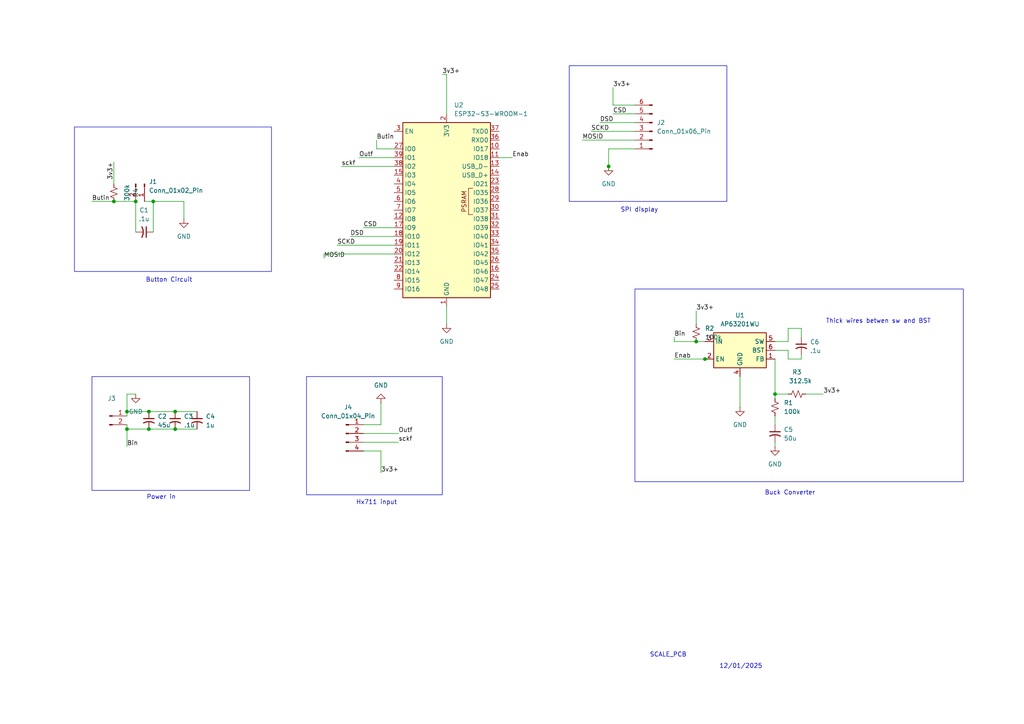
<source format=kicad_sch>
(kicad_sch (version 20250114) (generator "eeschema") (generator_version "9.0")
  (paper "A4")
  (lib_symbols
    (symbol "Connector:Conn_01x02_Pin" (pin_names (offset 1.016) (hide yes))
      (property "Reference" "J" (at 0 2.54 0))
      (property "Value" "Conn_01x02_Pin" (at 0 -5.08 0))
      (symbol "Conn_01x02_Pin_1_1"
        (rectangle (start 0.8636 0.127) (end 0 -0.127) (stroke (width 0.1524)) (fill (type outline)))
        (rectangle (start 0.8636 -2.413) (end 0 -2.667) (stroke (width 0.1524)) (fill (type outline)))
        (polyline (pts (xy 1.27 0) (xy 0.8636 0)) (stroke (width 0.1524)))
        (polyline (pts (xy 1.27 -2.54) (xy 0.8636 -2.54)) (stroke (width 0.1524)))
        (pin passive line (at 5.08 0 180) (length 3.81) (name "Pin_1") (number "1"))
        (pin passive line (at 5.08 -2.54 180) (length 3.81) (name "Pin_2") (number "2"))
      )
    )
    (symbol "Connector:Conn_01x04_Pin" (pin_names (offset 1.016) (hide yes))
      (property "Reference" "J" (at 0 5.08 0))
      (property "Value" "Conn_01x04_Pin" (at 0 -7.62 0))
      (symbol "Conn_01x04_Pin_1_1"
        (rectangle (start 0.8636 2.667) (end 0 2.413) (stroke (width 0.1524)) (fill (type outline)))
        (rectangle (start 0.8636 0.127) (end 0 -0.127) (stroke (width 0.1524)) (fill (type outline)))
        (rectangle (start 0.8636 -2.413) (end 0 -2.667) (stroke (width 0.1524)) (fill (type outline)))
        (rectangle (start 0.8636 -4.953) (end 0 -5.207) (stroke (width 0.1524)) (fill (type outline)))
        (polyline (pts (xy 1.27 2.54) (xy 0.8636 2.54)) (stroke (width 0.1524)))
        (polyline (pts (xy 1.27 0) (xy 0.8636 0)) (stroke (width 0.1524)))
        (polyline (pts (xy 1.27 -2.54) (xy 0.8636 -2.54)) (stroke (width 0.1524)))
        (polyline (pts (xy 1.27 -5.08) (xy 0.8636 -5.08)) (stroke (width 0.1524)))
        (pin passive line (at 5.08 2.54 180) (length 3.81) (name "Pin_1") (number "1"))
        (pin passive line (at 5.08 0 180) (length 3.81) (name "Pin_2") (number "2"))
        (pin passive line (at 5.08 -2.54 180) (length 3.81) (name "Pin_3") (number "3"))
        (pin passive line (at 5.08 -5.08 180) (length 3.81) (name "Pin_4") (number "4"))
      )
    )
    (symbol "Connector:Conn_01x06_Pin" (pin_names (offset 1.016) (hide yes))
      (property "Reference" "J" (at 0 7.62 0))
      (property "Value" "Conn_01x06_Pin" (at 0 -10.16 0))
      (symbol "Conn_01x06_Pin_1_1"
        (rectangle (start 0.8636 5.207) (end 0 4.953) (stroke (width 0.1524)) (fill (type outline)))
        (rectangle (start 0.8636 2.667) (end 0 2.413) (stroke (width 0.1524)) (fill (type outline)))
        (rectangle (start 0.8636 0.127) (end 0 -0.127) (stroke (width 0.1524)) (fill (type outline)))
        (rectangle (start 0.8636 -2.413) (end 0 -2.667) (stroke (width 0.1524)) (fill (type outline)))
        (rectangle (start 0.8636 -4.953) (end 0 -5.207) (stroke (width 0.1524)) (fill (type outline)))
        (rectangle (start 0.8636 -7.493) (end 0 -7.747) (stroke (width 0.1524)) (fill (type outline)))
        (polyline (pts (xy 1.27 5.08) (xy 0.8636 5.08)) (stroke (width 0.1524)))
        (polyline (pts (xy 1.27 2.54) (xy 0.8636 2.54)) (stroke (width 0.1524)))
        (polyline (pts (xy 1.27 0) (xy 0.8636 0)) (stroke (width 0.1524)))
        (polyline (pts (xy 1.27 -2.54) (xy 0.8636 -2.54)) (stroke (width 0.1524)))
        (polyline (pts (xy 1.27 -5.08) (xy 0.8636 -5.08)) (stroke (width 0.1524)))
        (polyline (pts (xy 1.27 -7.62) (xy 0.8636 -7.62)) (stroke (width 0.1524)))
        (pin passive line (at 5.08 5.08 180) (length 3.81) (name "Pin_1") (number "1"))
        (pin passive line (at 5.08 2.54 180) (length 3.81) (name "Pin_2") (number "2"))
        (pin passive line (at 5.08 0 180) (length 3.81) (name "Pin_3") (number "3"))
        (pin passive line (at 5.08 -2.54 180) (length 3.81) (name "Pin_4") (number "4"))
        (pin passive line (at 5.08 -5.08 180) (length 3.81) (name "Pin_5") (number "5"))
        (pin passive line (at 5.08 -7.62 180) (length 3.81) (name "Pin_6") (number "6"))
      )
    )
    (symbol "Device:C_Small_US" (pin_numbers (hide yes)) (pin_names (offset 0.254) (hide yes))
      (property "Reference" "C" (at 0.254 1.778 0))
      (property "Value" "C_Small_US" (at 0.254 -2.032 0))
      (symbol "C_Small_US_0_1"
        (polyline (pts (xy -1.524 0.508) (xy 1.524 0.508)) (stroke (width 0.3048)))
        (arc (start -1.524 -0.762) (mid 0 -0.3734) (end 1.524 -0.762) (stroke (width 0.3048)))
      )
      (symbol "C_Small_US_1_1"
        (pin passive line (at 0 2.54 270) (length 2.032) (name "~") (number "1"))
        (pin passive line (at 0 -2.54 90) (length 2.032) (name "~") (number "2"))
      )
    )
    (symbol "Device:R_Small_US" (pin_numbers (hide yes)) (pin_names (offset 0.254) (hide yes))
      (property "Reference" "R" (at 0.762 0.508 0))
      (property "Value" "R_Small_US" (at 0.762 -1.016 0))
      (symbol "R_Small_US_1_1"
        (polyline (pts (xy 0 1.524) (xy 1.016 1.143) (xy 0 0.762) (xy -1.016 0.381) (xy 0 0)))
        (polyline (pts (xy 0 0) (xy 1.016 -0.381) (xy 0 -0.762) (xy -1.016 -1.143) (xy 0 -1.524)))
        (pin passive line (at 0 2.54 270) (length 1.016) (name "~") (number "1"))
        (pin passive line (at 0 -2.54 90) (length 1.016) (name "~") (number "2"))
      )
    )
    (symbol "RF_Module:ESP32-S3-WROOM-1"
      (property "Reference" "U" (at -12.7 26.67 0))
      (property "Value" "ESP32-S3-WROOM-1" (at 12.7 26.67 0))
      (symbol "ESP32-S3-WROOM-1_0_0"
        (rectangle (start -12.7 25.4) (end 12.7 -25.4) (stroke (width 0.254)) (fill (type background)))
        (text "PSRAM" (at 5.08 2.54 900) (effects (font (size 1.27 1.27))))
      )
      (symbol "ESP32-S3-WROOM-1_0_1"
        (polyline (pts (xy 7.62 -1.27) (xy 6.35 -1.27) (xy 6.35 6.35) (xy 7.62 6.35)))
      )
      (symbol "ESP32-S3-WROOM-1_1_1"
        (pin input line (at -15.24 22.86 0) (length 2.54) (name "EN") (number "3"))
        (pin bidirectional line (at -15.24 17.78 0) (length 2.54) (name "IO0") (number "27"))
        (pin bidirectional line (at -15.24 15.24 0) (length 2.54) (name "IO1") (number "39"))
        (pin bidirectional line (at -15.24 12.7 0) (length 2.54) (name "IO2") (number "38"))
        (pin bidirectional line (at -15.24 10.16 0) (length 2.54) (name "IO3") (number "15"))
        (pin bidirectional line (at -15.24 7.62 0) (length 2.54) (name "IO4") (number "4"))
        (pin bidirectional line (at -15.24 5.08 0) (length 2.54) (name "IO5") (number "5"))
        (pin bidirectional line (at -15.24 2.54 0) (length 2.54) (name "IO6") (number "6"))
        (pin bidirectional line (at -15.24 0 0) (length 2.54) (name "IO7") (number "7"))
        (pin bidirectional line (at -15.24 -2.54 0) (length 2.54) (name "IO8") (number "12"))
        (pin bidirectional line (at -15.24 -5.08 0) (length 2.54) (name "IO9") (number "17"))
        (pin bidirectional line (at -15.24 -7.62 0) (length 2.54) (name "IO10") (number "18"))
        (pin bidirectional line (at -15.24 -10.16 0) (length 2.54) (name "IO11") (number "19"))
        (pin bidirectional line (at -15.24 -12.7 0) (length 2.54) (name "IO12") (number "20"))
        (pin bidirectional line (at -15.24 -15.24 0) (length 2.54) (name "IO13") (number "21"))
        (pin bidirectional line (at -15.24 -17.78 0) (length 2.54) (name "IO14") (number "22"))
        (pin bidirectional line (at -15.24 -20.32 0) (length 2.54) (name "IO15") (number "8"))
        (pin bidirectional line (at -15.24 -22.86 0) (length 2.54) (name "IO16") (number "9"))
        (pin power_in line (at 0 27.94 270) (length 2.54) (name "3V3") (number "2"))
        (pin power_in line (at 0 -27.94 90) (length 2.54) (name "GND") (number "1"))
        (pin passive line (at 0 -27.94 90) (length 2.54) (hide yes) (name "GND") (number "40"))
        (pin passive line (at 0 -27.94 90) (length 2.54) (hide yes) (name "GND") (number "41"))
        (pin bidirectional line (at 15.24 22.86 180) (length 2.54) (name "TXD0") (number "37"))
        (pin bidirectional line (at 15.24 20.32 180) (length 2.54) (name "RXD0") (number "36"))
        (pin bidirectional line (at 15.24 17.78 180) (length 2.54) (name "IO17") (number "10"))
        (pin bidirectional line (at 15.24 15.24 180) (length 2.54) (name "IO18") (number "11"))
        (pin bidirectional line (at 15.24 12.7 180) (length 2.54) (name "USB_D-") (number "13"))
        (pin bidirectional line (at 15.24 10.16 180) (length 2.54) (name "USB_D+") (number "14"))
        (pin bidirectional line (at 15.24 7.62 180) (length 2.54) (name "IO21") (number "23"))
        (pin bidirectional line (at 15.24 5.08 180) (length 2.54) (name "IO35") (number "28"))
        (pin bidirectional line (at 15.24 2.54 180) (length 2.54) (name "IO36") (number "29"))
        (pin bidirectional line (at 15.24 0 180) (length 2.54) (name "IO37") (number "30"))
        (pin bidirectional line (at 15.24 -2.54 180) (length 2.54) (name "IO38") (number "31"))
        (pin bidirectional line (at 15.24 -5.08 180) (length 2.54) (name "IO39") (number "32"))
        (pin bidirectional line (at 15.24 -7.62 180) (length 2.54) (name "IO40") (number "33"))
        (pin bidirectional line (at 15.24 -10.16 180) (length 2.54) (name "IO41") (number "34"))
        (pin bidirectional line (at 15.24 -12.7 180) (length 2.54) (name "IO42") (number "35"))
        (pin bidirectional line (at 15.24 -15.24 180) (length 2.54) (name "IO45") (number "26"))
        (pin bidirectional line (at 15.24 -17.78 180) (length 2.54) (name "IO46") (number "16"))
        (pin bidirectional line (at 15.24 -20.32 180) (length 2.54) (name "IO47") (number "24"))
        (pin bidirectional line (at 15.24 -22.86 180) (length 2.54) (name "IO48") (number "25"))
      )
    )
    (symbol "Regulator_Switching:AP63201WU"
      (property "Reference" "U" (at -7.62 6.35 0))
      (property "Value" "AP63201WU" (at 2.54 6.35 0))
      (symbol "AP63201WU_0_1"
        (rectangle (start -7.62 5.08) (end 7.62 -5.08) (stroke (width 0.254)) (fill (type background)))
      )
      (symbol "AP63201WU_1_1"
        (pin power_in line (at -10.16 2.54 0) (length 2.54) (name "IN") (number "3"))
        (pin input line (at -10.16 -2.54 0) (length 2.54) (name "EN") (number "2"))
        (pin power_in line (at 0 -7.62 90) (length 2.54) (name "GND") (number "4"))
        (pin output line (at 10.16 2.54 180) (length 2.54) (name "SW") (number "5"))
        (pin passive line (at 10.16 0 180) (length 2.54) (name "BST") (number "6"))
        (pin input line (at 10.16 -2.54 180) (length 2.54) (name "FB") (number "1"))
      )
    )
    (symbol "power:GND" (power) (pin_numbers (hide yes)) (pin_names (offset 0) (hide yes))
      (property "Value" "GND" (at 0 -3.81 0))
      (symbol "GND_0_1"
        (polyline (pts (xy 0 0) (xy 0 -1.27) (xy 1.27 -1.27) (xy 0 -2.54) (xy -1.27 -1.27) (xy 0 -1.27)))
      )
      (symbol "GND_1_1"
        (pin power_in line (at 0 0 270) (length 0) (name "~") (number "1"))
      )
    )
  )
  (rectangle (start 21.59 36.83) (end 78.74 78.74))
  (rectangle (start 165.1 19.05) (end 210.82 58.42))
  (rectangle (start 184.15 83.82) (end 279.4 139.7))
  (rectangle (start 26.67 109.22) (end 72.39 142.24))
  (rectangle (start 88.9 109.22) (end 128.27 143.51))
  (text "12/01/2025" (at 214.884 193.294 0) (effects (font (size 1.27 1.27))))
  (text "SPI display " (at 185.928 60.96 0) (effects (font (size 1.27 1.27))))
  (text "Buck Converter \n" (at 229.616 143.002 0) (effects (font (size 1.27 1.27))))
  (text "SCALE_PCB" (at 193.802 189.992 0) (effects (font (size 1.27 1.27))))
  (text "Button Circuit" (at 49.022 81.28 0) (effects (font (size 1.27 1.27))))
  (text "Thick wires betwen sw and BST" (at 254.762 93.218 0) (effects (font (size 1.27 1.27))))
  (text "Power in \n" (at 47.244 144.272 0) (effects (font (size 1.27 1.27))))
  (text "Hx711 input" (at 109.22 145.796 0) (effects (font (size 1.27 1.27))))
  (junction (at 224.79 114.3))
  (junction (at 43.18 124.46))
  (junction (at 39.37 58.42))
  (junction (at 50.8 119.38))
  (junction (at 50.8 124.46))
  (junction (at 43.18 119.38))
  (junction (at 176.53 48.26))
  (junction (at 44.45 58.42))
  (junction (at 201.93 99.06))
  (junction (at 33.02 58.42))
  (junction (at 204.47 104.14))
  (junction (at 36.83 119.38))
  (junction (at 36.83 124.46))
  (wire (pts (xy 184.15 43.18) (xy 176.53 43.18)))
  (wire (pts (xy 44.45 58.42) (xy 53.34 58.42)))
  (wire (pts (xy 36.83 123.19) (xy 36.83 124.46)))
  (wire (pts (xy 224.79 120.65) (xy 224.79 123.19)))
  (wire (pts (xy 33.02 46.99) (xy 33.02 53.34)))
  (wire (pts (xy 36.83 114.3) (xy 39.37 114.3)))
  (wire (pts (xy 105.41 128.27) (xy 115.57 128.27)))
  (wire (pts (xy 224.79 104.14) (xy 224.79 114.3)))
  (wire (pts (xy 232.41 102.87) (xy 232.41 104.14)))
  (wire (pts (xy 99.06 48.26) (xy 114.3 48.26)))
  (wire (pts (xy 105.41 130.81) (xy 110.49 130.81)))
  (wire (pts (xy 39.37 58.42) (xy 39.37 67.31)))
  (wire (pts (xy 176.53 48.26) (xy 176.53 49.53)))
  (wire (pts (xy 201.93 90.17) (xy 201.93 93.98)))
  (wire (pts (xy 33.02 58.42) (xy 39.37 58.42)))
  (wire (pts (xy 173.99 35.56) (xy 184.15 35.56)))
  (wire (pts (xy 110.49 116.84) (xy 110.49 123.19)))
  (wire (pts (xy 195.58 104.14) (xy 204.47 104.14)))
  (wire (pts (xy 224.79 115.57) (xy 224.79 114.3)))
  (wire (pts (xy 36.83 114.3) (xy 36.83 119.38)))
  (wire (pts (xy 177.8 33.02) (xy 184.15 33.02)))
  (wire (pts (xy 43.18 119.38) (xy 36.83 119.38)))
  (wire (pts (xy 110.49 130.81) (xy 110.49 137.16)))
  (wire (pts (xy 228.6 104.14) (xy 228.6 101.6)))
  (wire (pts (xy 105.41 123.19) (xy 110.49 123.19)))
  (wire (pts (xy 36.83 124.46) (xy 43.18 124.46)))
  (wire (pts (xy 176.53 43.18) (xy 176.53 48.26)))
  (wire (pts (xy 204.47 104.14) (xy 205.74 104.14)))
  (wire (pts (xy 50.8 124.46) (xy 57.15 124.46)))
  (wire (pts (xy 36.83 124.46) (xy 36.83 129.54)))
  (wire (pts (xy 53.34 58.42) (xy 53.34 63.5)))
  (wire (pts (xy 104.14 45.72) (xy 114.3 45.72)))
  (wire (pts (xy 105.41 125.73) (xy 115.57 125.73)))
  (wire (pts (xy 50.8 119.38) (xy 43.18 119.38)))
  (wire (pts (xy 177.8 25.4) (xy 177.8 30.48)))
  (wire (pts (xy 224.79 128.27) (xy 224.79 129.54)))
  (wire (pts (xy 128.27 21.59) (xy 129.54 21.59)))
  (wire (pts (xy 177.8 30.48) (xy 184.15 30.48)))
  (wire (pts (xy 233.68 114.3) (xy 238.76 114.3)))
  (wire (pts (xy 228.6 114.3) (xy 224.79 114.3)))
  (wire (pts (xy 57.15 119.38) (xy 50.8 119.38)))
  (wire (pts (xy 26.67 58.42) (xy 33.02 58.42)))
  (wire (pts (xy 228.6 95.25) (xy 232.41 95.25)))
  (wire (pts (xy 168.91 40.64) (xy 184.15 40.64)))
  (wire (pts (xy 41.91 58.42) (xy 44.45 58.42)))
  (wire (pts (xy 201.93 99.06) (xy 195.58 99.06)))
  (wire (pts (xy 228.6 99.06) (xy 228.6 95.25)))
  (wire (pts (xy 36.83 119.38) (xy 36.83 120.65)))
  (wire (pts (xy 129.54 33.02) (xy 129.54 21.59)))
  (wire (pts (xy 232.41 95.25) (xy 232.41 97.79)))
  (wire (pts (xy 109.22 40.64) (xy 109.22 43.18)))
  (wire (pts (xy 114.3 43.18) (xy 109.22 43.18)))
  (wire (pts (xy 214.63 109.22) (xy 214.63 118.11)))
  (wire (pts (xy 204.47 99.06) (xy 201.93 99.06)))
  (wire (pts (xy 224.79 101.6) (xy 228.6 101.6)))
  (wire (pts (xy 171.45 38.1) (xy 184.15 38.1)))
  (wire (pts (xy 195.58 97.79) (xy 195.58 99.06)))
  (wire (pts (xy 105.41 66.04) (xy 114.3 66.04)))
  (wire (pts (xy 101.6 68.58) (xy 114.3 68.58)))
  (wire (pts (xy 114.3 73.66) (xy 93.98 73.66)))
  (wire (pts (xy 144.78 45.72) (xy 148.59 45.72)))
  (wire (pts (xy 97.79 71.12) (xy 114.3 71.12)))
  (wire (pts (xy 43.18 124.46) (xy 50.8 124.46)))
  (wire (pts (xy 44.45 58.42) (xy 44.45 67.31)))
  (wire (pts (xy 224.79 99.06) (xy 228.6 99.06)))
  (wire (pts (xy 93.98 73.66) (xy 93.98 74.93)))
  (wire (pts (xy 129.54 88.9) (xy 129.54 93.98)))
  (wire (pts (xy 232.41 104.14) (xy 228.6 104.14)))
  (label "Bin" (at 195.58 97.79 0))
  (label "Outf" (at 115.57 125.73 0))
  (label "3v3+" (at 201.93 90.17 0))
  (label "SCKD" (at 97.79 71.12 0))
  (label "sckf" (at 115.57 128.27 0))
  (label "sckf" (at 99.06 48.26 0))
  (label "3v3+" (at 128.27 21.59 0))
  (label "Butin" (at 26.67 58.42 0))
  (label "Enab" (at 148.59 45.72 0))
  (label "DSD" (at 173.99 35.56 0))
  (label "Butin" (at 109.22 40.64 0))
  (label "SCKD" (at 171.45 38.1 0))
  (label "3v3+" (at 177.8 25.4 0))
  (label "Enab" (at 195.58 104.14 0))
  (label "DSD" (at 101.6 68.58 0))
  (label "Bin" (at 36.83 129.54 0))
  (label "Outf" (at 104.14 45.72 0))
  (label "CSD" (at 177.8 33.02 0))
  (label "MOSID" (at 93.98 74.93 0))
  (label "CSD" (at 105.41 66.04 0))
  (label "3v3+" (at 110.49 137.16 0))
  (label "3v3+" (at 33.02 46.99 270))
  (label "3v3+" (at 238.76 114.3 0))
  (label "MOSID" (at 168.91 40.64 0))
  (symbol (lib_id "Connector:Conn_01x02_Pin") (at 41.91 53.34 270) (unit 1)
    (property "Reference" "J1" (at 43.18 52.7049 90) (effects (justify left)))
    (property "Value" "Conn_01x02_Pin" (at 43.18 55.2449 90) (effects (justify left)))
    (property "Footprint" "Connector_PinHeader_2.54mm:PinHeader_1x02_P2.54mm_Vertical" (effects (hide yes)))
    (property "Description" "Generic connector, single row, 01x02, script generated" (effects (hide yes)))
  )
  (symbol (lib_id "power:GND") (at 214.63 118.11 0) (unit 1)
    (property "Reference" "#PWR03" (effects (hide yes)))
    (property "Value" "GND" (at 214.63 123.19 0))
    (property "Description" "Power symbol creates a global label with name \"GND\" , ground" (effects (hide yes)))
  )
  (symbol (lib_id "Connector:Conn_01x02_Pin") (at 31.75 120.65 0) (unit 1)
    (property "Reference" "J3" (at 32.385 115.57 0))
    (property "Value" "Conn_01x02_Pin" (effects (hide yes)))
    (property "Footprint" "Connector_PinHeader_2.54mm:PinHeader_1x02_P2.54mm_Vertical" (effects (hide yes)))
    (property "Description" "Generic connector, single row, 01x02, script generated" (effects (hide yes)))
  )
  (symbol (lib_id "Connector:Conn_01x06_Pin") (at 189.23 38.1 180) (unit 1)
    (property "Reference" "J2" (at 190.5 35.5599 0) (effects (justify right)))
    (property "Value" "Conn_01x06_Pin" (at 190.5 38.0999 0) (effects (justify right)))
    (property "Footprint" "Connector_PinHeader_2.54mm:PinHeader_1x06_P2.54mm_Vertical" (effects (hide yes)))
    (property "Description" "Generic connector, single row, 01x06, script generated" (effects (hide yes)))
  )
  (symbol (lib_id "Device:C_Small_US") (at 57.15 121.92 0) (unit 1)
    (property "Reference" "C4" (at 59.69 120.7769 0) (effects (justify left)))
    (property "Value" "1u" (at 59.69 123.3169 0) (effects (justify left)))
    (property "Footprint" "Capacitor_THT:C_Disc_D5.1mm_W3.2mm_P5.00mm" (effects (hide yes)))
    (property "Description" "capacitor, small US symbol" (effects (hide yes)))
  )
  (symbol (lib_id "power:GND") (at 39.37 114.3 0) (unit 1)
    (property "Reference" "#PWR04" (effects (hide yes)))
    (property "Value" "GND" (at 39.37 119.38 0))
    (property "Description" "Power symbol creates a global label with name \"GND\" , ground" (effects (hide yes)))
  )
  (symbol (lib_id "power:GND") (at 129.54 93.98 0) (unit 1)
    (property "Reference" "#PWR09" (effects (hide yes)))
    (property "Value" "GND" (at 129.54 99.06 0))
    (property "Description" "Power symbol creates a global label with name \"GND\" , ground" (effects (hide yes)))
  )
  (symbol (lib_id "Connector:Conn_01x04_Pin") (at 100.33 125.73 0) (unit 1)
    (property "Reference" "J4" (at 100.965 118.11 0))
    (property "Value" "Conn_01x04_Pin" (at 100.965 120.65 0))
    (property "Footprint" "Connector_PinHeader_2.54mm:PinHeader_1x04_P2.54mm_Vertical" (effects (hide yes)))
    (property "Description" "Generic connector, single row, 01x04, script generated" (effects (hide yes)))
  )
  (symbol (lib_id "Device:R_Small_US") (at 33.02 55.88 0) (unit 1)
    (property "Reference" "R4" (at 39.37 55.88 90))
    (property "Value" "300k" (at 36.83 55.88 90))
    (property "Footprint" "Resistor_THT:R_Axial_DIN0207_L6.3mm_D2.5mm_P7.62mm_Horizontal" (effects (hide yes)))
    (property "Description" "Resistor, small US symbol" (effects (hide yes)))
  )
  (symbol (lib_id "power:GND") (at 176.53 48.26 0) (unit 1)
    (property "Reference" "#PWR02" (effects (hide yes)))
    (property "Value" "GND" (at 176.53 53.34 0))
    (property "Description" "Power symbol creates a global label with name \"GND\" , ground" (effects (hide yes)))
  )
  (symbol (lib_id "power:GND") (at 224.79 129.54 0) (unit 1)
    (property "Reference" "#PWR06" (effects (hide yes)))
    (property "Value" "GND" (at 224.79 134.62 0))
    (property "Description" "Power symbol creates a global label with name \"GND\" , ground" (effects (hide yes)))
  )
  (symbol (lib_id "Device:C_Small_US") (at 41.91 67.31 270) (unit 1)
    (property "Reference" "C1" (at 41.783 60.96 90))
    (property "Value" ".1u" (at 41.783 63.5 90))
    (property "Footprint" "Capacitor_THT:C_Disc_D5.1mm_W3.2mm_P5.00mm" (effects (hide yes)))
    (property "Description" "capacitor, small US symbol" (effects (hide yes)))
  )
  (symbol (lib_id "power:GND") (at 110.49 116.84 180) (unit 1)
    (property "Reference" "#PWR07" (effects (hide yes)))
    (property "Value" "GND" (at 110.49 111.76 0))
    (property "Description" "Power symbol creates a global label with name \"GND\" , ground" (effects (hide yes)))
  )
  (symbol (lib_id "Device:R_Small_US") (at 231.14 114.3 90) (unit 1)
    (property "Reference" "R3" (at 231.14 107.95 90))
    (property "Value" "312.5k" (at 232.156 110.49 90))
    (property "Footprint" "Resistor_THT:R_Axial_DIN0207_L6.3mm_D2.5mm_P7.62mm_Horizontal" (effects (hide yes)))
    (property "Description" "Resistor, small US symbol" (effects (hide yes)))
  )
  (symbol (lib_id "Device:R_Small_US") (at 224.79 118.11 0) (unit 1)
    (property "Reference" "R1" (at 227.33 116.8399 0) (effects (justify left)))
    (property "Value" "100k" (at 227.33 119.3799 0) (effects (justify left)))
    (property "Footprint" "Resistor_THT:R_Axial_DIN0207_L6.3mm_D2.5mm_P7.62mm_Horizontal" (effects (hide yes)))
    (property "Description" "Resistor, small US symbol" (effects (hide yes)))
  )
  (symbol (lib_id "Device:C_Small_US") (at 224.79 125.73 0) (unit 1)
    (property "Reference" "C5" (at 227.33 124.5869 0) (effects (justify left)))
    (property "Value" "50u" (at 227.33 127.1269 0) (effects (justify left)))
    (property "Footprint" "Capacitor_THT:C_Disc_D5.1mm_W3.2mm_P5.00mm" (effects (hide yes)))
    (property "Description" "capacitor, small US symbol" (effects (hide yes)))
  )
  (symbol (lib_id "Device:C_Small_US") (at 43.18 121.92 0) (unit 1)
    (property "Reference" "C2" (at 45.72 120.7769 0) (effects (justify left)))
    (property "Value" "45u" (at 45.72 123.3169 0) (effects (justify left)))
    (property "Footprint" "Capacitor_THT:C_Disc_D5.1mm_W3.2mm_P5.00mm" (effects (hide yes)))
    (property "Description" "capacitor, small US symbol" (effects (hide yes)))
  )
  (symbol (lib_id "Device:C_Small_US") (at 232.41 100.33 0) (unit 1)
    (property "Reference" "C6" (at 234.95 99.1869 0) (effects (justify left)))
    (property "Value" ".1u" (at 234.95 101.7269 0) (effects (justify left)))
    (property "Footprint" "Capacitor_THT:C_Disc_D5.1mm_W3.2mm_P5.00mm" (effects (hide yes)))
    (property "Description" "capacitor, small US symbol" (effects (hide yes)))
  )
  (symbol (lib_id "power:GND") (at 53.34 63.5 0) (unit 1)
    (property "Reference" "#PWR01" (effects (hide yes)))
    (property "Value" "GND" (at 53.34 68.58 0))
    (property "Description" "Power symbol creates a global label with name \"GND\" , ground" (effects (hide yes)))
  )
  (symbol (lib_id "Device:C_Small_US") (at 50.8 121.92 0) (unit 1)
    (property "Reference" "C3" (at 53.34 120.7769 0) (effects (justify left)))
    (property "Value" ".1u" (at 53.34 123.3169 0) (effects (justify left)))
    (property "Footprint" "Capacitor_THT:C_Disc_D5.1mm_W3.2mm_P5.00mm" (effects (hide yes)))
    (property "Description" "capacitor, small US symbol" (effects (hide yes)))
  )
  (symbol (lib_id "Device:R_Small_US") (at 201.93 96.52 0) (unit 1)
    (property "Reference" "R2" (at 204.47 95.2499 0) (effects (justify left)))
    (property "Value" "100k" (at 204.47 97.7899 0) (effects (justify left)))
    (property "Footprint" "Resistor_THT:R_Axial_DIN0207_L6.3mm_D2.5mm_P7.62mm_Horizontal" (effects (hide yes)))
    (property "Description" "Resistor, small US symbol" (effects (hide yes)))
  )
  (symbol (lib_id "RF_Module:ESP32-S3-WROOM-1") (at 129.54 60.96 0) (unit 1)
    (property "Reference" "U2" (at 131.6833 30.48 0) (effects (justify left)))
    (property "Value" "ESP32-S3-WROOM-1" (at 131.6833 33.02 0) (effects (justify left)))
    (property "Footprint" "RF_Module:ESP32-S3-WROOM-1" (effects (hide yes)))
    (property "Datasheet" "https://www.espressif.com/sites/default/files/documentation/esp32-s3-wroom-1_wroom-1u_datasheet_en.pdf" (effects (hide yes)))
    (property "Description" "RF Module, ESP32-S3 SoC, Wi-Fi 802.11b/g/n, Bluetooth, BLE, 32-bit, 3.3V, onboard antenna, SMD" (effects (hide yes)))
  )
  (symbol (lib_id "Regulator_Switching:AP63201WU") (at 214.63 101.6 0) (unit 1)
    (property "Reference" "U1" (at 214.63 91.44 0))
    (property "Value" "AP63201WU" (at 214.63 93.98 0))
    (property "Footprint" "Package_TO_SOT_SMD:TSOT-23-6" (effects (hide yes)))
    (property "Datasheet" "https://www.diodes.com/assets/Datasheets/AP63200-AP63201-AP63203-AP63205.pdf" (effects (hide yes)))
    (property "Description" "2A, 500kHz Buck DC/DC Converter, adjustable output voltage, TSOT-23-6" (effects (hide yes)))
  )
)
</source>
